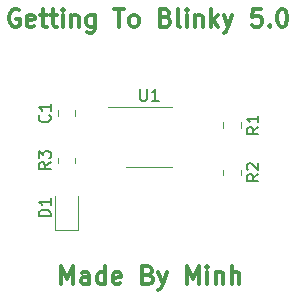
<source format=gbr>
%TF.GenerationSoftware,KiCad,Pcbnew,(6.0.7)*%
%TF.CreationDate,2023-01-27T00:41:06-05:00*%
%TF.ProjectId,GettingToBlinky5.0,47657474-696e-4675-946f-426c696e6b79,rev?*%
%TF.SameCoordinates,Original*%
%TF.FileFunction,Legend,Top*%
%TF.FilePolarity,Positive*%
%FSLAX46Y46*%
G04 Gerber Fmt 4.6, Leading zero omitted, Abs format (unit mm)*
G04 Created by KiCad (PCBNEW (6.0.7)) date 2023-01-27 00:41:06*
%MOMM*%
%LPD*%
G01*
G04 APERTURE LIST*
%ADD10C,0.300000*%
%ADD11C,0.150000*%
%ADD12C,0.120000*%
G04 APERTURE END LIST*
D10*
X139564285Y-100478571D02*
X139564285Y-98978571D01*
X140064285Y-100050000D01*
X140564285Y-98978571D01*
X140564285Y-100478571D01*
X141921428Y-100478571D02*
X141921428Y-99692857D01*
X141850000Y-99550000D01*
X141707142Y-99478571D01*
X141421428Y-99478571D01*
X141278571Y-99550000D01*
X141921428Y-100407142D02*
X141778571Y-100478571D01*
X141421428Y-100478571D01*
X141278571Y-100407142D01*
X141207142Y-100264285D01*
X141207142Y-100121428D01*
X141278571Y-99978571D01*
X141421428Y-99907142D01*
X141778571Y-99907142D01*
X141921428Y-99835714D01*
X143278571Y-100478571D02*
X143278571Y-98978571D01*
X143278571Y-100407142D02*
X143135714Y-100478571D01*
X142850000Y-100478571D01*
X142707142Y-100407142D01*
X142635714Y-100335714D01*
X142564285Y-100192857D01*
X142564285Y-99764285D01*
X142635714Y-99621428D01*
X142707142Y-99550000D01*
X142850000Y-99478571D01*
X143135714Y-99478571D01*
X143278571Y-99550000D01*
X144564285Y-100407142D02*
X144421428Y-100478571D01*
X144135714Y-100478571D01*
X143992857Y-100407142D01*
X143921428Y-100264285D01*
X143921428Y-99692857D01*
X143992857Y-99550000D01*
X144135714Y-99478571D01*
X144421428Y-99478571D01*
X144564285Y-99550000D01*
X144635714Y-99692857D01*
X144635714Y-99835714D01*
X143921428Y-99978571D01*
X146921428Y-99692857D02*
X147135714Y-99764285D01*
X147207142Y-99835714D01*
X147278571Y-99978571D01*
X147278571Y-100192857D01*
X147207142Y-100335714D01*
X147135714Y-100407142D01*
X146992857Y-100478571D01*
X146421428Y-100478571D01*
X146421428Y-98978571D01*
X146921428Y-98978571D01*
X147064285Y-99050000D01*
X147135714Y-99121428D01*
X147207142Y-99264285D01*
X147207142Y-99407142D01*
X147135714Y-99550000D01*
X147064285Y-99621428D01*
X146921428Y-99692857D01*
X146421428Y-99692857D01*
X147778571Y-99478571D02*
X148135714Y-100478571D01*
X148492857Y-99478571D02*
X148135714Y-100478571D01*
X147992857Y-100835714D01*
X147921428Y-100907142D01*
X147778571Y-100978571D01*
X150207142Y-100478571D02*
X150207142Y-98978571D01*
X150707142Y-100050000D01*
X151207142Y-98978571D01*
X151207142Y-100478571D01*
X151921428Y-100478571D02*
X151921428Y-99478571D01*
X151921428Y-98978571D02*
X151850000Y-99050000D01*
X151921428Y-99121428D01*
X151992857Y-99050000D01*
X151921428Y-98978571D01*
X151921428Y-99121428D01*
X152635714Y-99478571D02*
X152635714Y-100478571D01*
X152635714Y-99621428D02*
X152707142Y-99550000D01*
X152850000Y-99478571D01*
X153064285Y-99478571D01*
X153207142Y-99550000D01*
X153278571Y-99692857D01*
X153278571Y-100478571D01*
X153992857Y-100478571D02*
X153992857Y-98978571D01*
X154635714Y-100478571D02*
X154635714Y-99692857D01*
X154564285Y-99550000D01*
X154421428Y-99478571D01*
X154207142Y-99478571D01*
X154064285Y-99550000D01*
X153992857Y-99621428D01*
X135971428Y-77250000D02*
X135828571Y-77178571D01*
X135614285Y-77178571D01*
X135400000Y-77250000D01*
X135257142Y-77392857D01*
X135185714Y-77535714D01*
X135114285Y-77821428D01*
X135114285Y-78035714D01*
X135185714Y-78321428D01*
X135257142Y-78464285D01*
X135400000Y-78607142D01*
X135614285Y-78678571D01*
X135757142Y-78678571D01*
X135971428Y-78607142D01*
X136042857Y-78535714D01*
X136042857Y-78035714D01*
X135757142Y-78035714D01*
X137257142Y-78607142D02*
X137114285Y-78678571D01*
X136828571Y-78678571D01*
X136685714Y-78607142D01*
X136614285Y-78464285D01*
X136614285Y-77892857D01*
X136685714Y-77750000D01*
X136828571Y-77678571D01*
X137114285Y-77678571D01*
X137257142Y-77750000D01*
X137328571Y-77892857D01*
X137328571Y-78035714D01*
X136614285Y-78178571D01*
X137757142Y-77678571D02*
X138328571Y-77678571D01*
X137971428Y-77178571D02*
X137971428Y-78464285D01*
X138042857Y-78607142D01*
X138185714Y-78678571D01*
X138328571Y-78678571D01*
X138614285Y-77678571D02*
X139185714Y-77678571D01*
X138828571Y-77178571D02*
X138828571Y-78464285D01*
X138900000Y-78607142D01*
X139042857Y-78678571D01*
X139185714Y-78678571D01*
X139685714Y-78678571D02*
X139685714Y-77678571D01*
X139685714Y-77178571D02*
X139614285Y-77250000D01*
X139685714Y-77321428D01*
X139757142Y-77250000D01*
X139685714Y-77178571D01*
X139685714Y-77321428D01*
X140400000Y-77678571D02*
X140400000Y-78678571D01*
X140400000Y-77821428D02*
X140471428Y-77750000D01*
X140614285Y-77678571D01*
X140828571Y-77678571D01*
X140971428Y-77750000D01*
X141042857Y-77892857D01*
X141042857Y-78678571D01*
X142400000Y-77678571D02*
X142400000Y-78892857D01*
X142328571Y-79035714D01*
X142257142Y-79107142D01*
X142114285Y-79178571D01*
X141900000Y-79178571D01*
X141757142Y-79107142D01*
X142400000Y-78607142D02*
X142257142Y-78678571D01*
X141971428Y-78678571D01*
X141828571Y-78607142D01*
X141757142Y-78535714D01*
X141685714Y-78392857D01*
X141685714Y-77964285D01*
X141757142Y-77821428D01*
X141828571Y-77750000D01*
X141971428Y-77678571D01*
X142257142Y-77678571D01*
X142400000Y-77750000D01*
X144042857Y-77178571D02*
X144900000Y-77178571D01*
X144471428Y-78678571D02*
X144471428Y-77178571D01*
X145614285Y-78678571D02*
X145471428Y-78607142D01*
X145400000Y-78535714D01*
X145328571Y-78392857D01*
X145328571Y-77964285D01*
X145400000Y-77821428D01*
X145471428Y-77750000D01*
X145614285Y-77678571D01*
X145828571Y-77678571D01*
X145971428Y-77750000D01*
X146042857Y-77821428D01*
X146114285Y-77964285D01*
X146114285Y-78392857D01*
X146042857Y-78535714D01*
X145971428Y-78607142D01*
X145828571Y-78678571D01*
X145614285Y-78678571D01*
X148400000Y-77892857D02*
X148614285Y-77964285D01*
X148685714Y-78035714D01*
X148757142Y-78178571D01*
X148757142Y-78392857D01*
X148685714Y-78535714D01*
X148614285Y-78607142D01*
X148471428Y-78678571D01*
X147900000Y-78678571D01*
X147900000Y-77178571D01*
X148400000Y-77178571D01*
X148542857Y-77250000D01*
X148614285Y-77321428D01*
X148685714Y-77464285D01*
X148685714Y-77607142D01*
X148614285Y-77750000D01*
X148542857Y-77821428D01*
X148400000Y-77892857D01*
X147900000Y-77892857D01*
X149614285Y-78678571D02*
X149471428Y-78607142D01*
X149400000Y-78464285D01*
X149400000Y-77178571D01*
X150185714Y-78678571D02*
X150185714Y-77678571D01*
X150185714Y-77178571D02*
X150114285Y-77250000D01*
X150185714Y-77321428D01*
X150257142Y-77250000D01*
X150185714Y-77178571D01*
X150185714Y-77321428D01*
X150900000Y-77678571D02*
X150900000Y-78678571D01*
X150900000Y-77821428D02*
X150971428Y-77750000D01*
X151114285Y-77678571D01*
X151328571Y-77678571D01*
X151471428Y-77750000D01*
X151542857Y-77892857D01*
X151542857Y-78678571D01*
X152257142Y-78678571D02*
X152257142Y-77178571D01*
X152400000Y-78107142D02*
X152828571Y-78678571D01*
X152828571Y-77678571D02*
X152257142Y-78250000D01*
X153328571Y-77678571D02*
X153685714Y-78678571D01*
X154042857Y-77678571D02*
X153685714Y-78678571D01*
X153542857Y-79035714D01*
X153471428Y-79107142D01*
X153328571Y-79178571D01*
X156471428Y-77178571D02*
X155757142Y-77178571D01*
X155685714Y-77892857D01*
X155757142Y-77821428D01*
X155900000Y-77750000D01*
X156257142Y-77750000D01*
X156400000Y-77821428D01*
X156471428Y-77892857D01*
X156542857Y-78035714D01*
X156542857Y-78392857D01*
X156471428Y-78535714D01*
X156400000Y-78607142D01*
X156257142Y-78678571D01*
X155900000Y-78678571D01*
X155757142Y-78607142D01*
X155685714Y-78535714D01*
X157185714Y-78535714D02*
X157257142Y-78607142D01*
X157185714Y-78678571D01*
X157114285Y-78607142D01*
X157185714Y-78535714D01*
X157185714Y-78678571D01*
X158185714Y-77178571D02*
X158328571Y-77178571D01*
X158471428Y-77250000D01*
X158542857Y-77321428D01*
X158614285Y-77464285D01*
X158685714Y-77750000D01*
X158685714Y-78107142D01*
X158614285Y-78392857D01*
X158542857Y-78535714D01*
X158471428Y-78607142D01*
X158328571Y-78678571D01*
X158185714Y-78678571D01*
X158042857Y-78607142D01*
X157971428Y-78535714D01*
X157900000Y-78392857D01*
X157828571Y-78107142D01*
X157828571Y-77750000D01*
X157900000Y-77464285D01*
X157971428Y-77321428D01*
X158042857Y-77250000D01*
X158185714Y-77178571D01*
D11*
%TO.C,U1*%
X146238095Y-83952380D02*
X146238095Y-84761904D01*
X146285714Y-84857142D01*
X146333333Y-84904761D01*
X146428571Y-84952380D01*
X146619047Y-84952380D01*
X146714285Y-84904761D01*
X146761904Y-84857142D01*
X146809523Y-84761904D01*
X146809523Y-83952380D01*
X147809523Y-84952380D02*
X147238095Y-84952380D01*
X147523809Y-84952380D02*
X147523809Y-83952380D01*
X147428571Y-84095238D01*
X147333333Y-84190476D01*
X147238095Y-84238095D01*
%TO.C,R3*%
X138652380Y-90166666D02*
X138176190Y-90500000D01*
X138652380Y-90738095D02*
X137652380Y-90738095D01*
X137652380Y-90357142D01*
X137700000Y-90261904D01*
X137747619Y-90214285D01*
X137842857Y-90166666D01*
X137985714Y-90166666D01*
X138080952Y-90214285D01*
X138128571Y-90261904D01*
X138176190Y-90357142D01*
X138176190Y-90738095D01*
X137652380Y-89833333D02*
X137652380Y-89214285D01*
X138033333Y-89547619D01*
X138033333Y-89404761D01*
X138080952Y-89309523D01*
X138128571Y-89261904D01*
X138223809Y-89214285D01*
X138461904Y-89214285D01*
X138557142Y-89261904D01*
X138604761Y-89309523D01*
X138652380Y-89404761D01*
X138652380Y-89690476D01*
X138604761Y-89785714D01*
X138557142Y-89833333D01*
%TO.C,R2*%
X156252380Y-91166666D02*
X155776190Y-91500000D01*
X156252380Y-91738095D02*
X155252380Y-91738095D01*
X155252380Y-91357142D01*
X155300000Y-91261904D01*
X155347619Y-91214285D01*
X155442857Y-91166666D01*
X155585714Y-91166666D01*
X155680952Y-91214285D01*
X155728571Y-91261904D01*
X155776190Y-91357142D01*
X155776190Y-91738095D01*
X155347619Y-90785714D02*
X155300000Y-90738095D01*
X155252380Y-90642857D01*
X155252380Y-90404761D01*
X155300000Y-90309523D01*
X155347619Y-90261904D01*
X155442857Y-90214285D01*
X155538095Y-90214285D01*
X155680952Y-90261904D01*
X156252380Y-90833333D01*
X156252380Y-90214285D01*
%TO.C,R1*%
X156252380Y-87166666D02*
X155776190Y-87500000D01*
X156252380Y-87738095D02*
X155252380Y-87738095D01*
X155252380Y-87357142D01*
X155300000Y-87261904D01*
X155347619Y-87214285D01*
X155442857Y-87166666D01*
X155585714Y-87166666D01*
X155680952Y-87214285D01*
X155728571Y-87261904D01*
X155776190Y-87357142D01*
X155776190Y-87738095D01*
X156252380Y-86214285D02*
X156252380Y-86785714D01*
X156252380Y-86500000D02*
X155252380Y-86500000D01*
X155395238Y-86595238D01*
X155490476Y-86690476D01*
X155538095Y-86785714D01*
%TO.C,D1*%
X138652380Y-94738095D02*
X137652380Y-94738095D01*
X137652380Y-94500000D01*
X137700000Y-94357142D01*
X137795238Y-94261904D01*
X137890476Y-94214285D01*
X138080952Y-94166666D01*
X138223809Y-94166666D01*
X138414285Y-94214285D01*
X138509523Y-94261904D01*
X138604761Y-94357142D01*
X138652380Y-94500000D01*
X138652380Y-94738095D01*
X138652380Y-93214285D02*
X138652380Y-93785714D01*
X138652380Y-93500000D02*
X137652380Y-93500000D01*
X137795238Y-93595238D01*
X137890476Y-93690476D01*
X137938095Y-93785714D01*
%TO.C,C1*%
X138557142Y-86166666D02*
X138604761Y-86214285D01*
X138652380Y-86357142D01*
X138652380Y-86452380D01*
X138604761Y-86595238D01*
X138509523Y-86690476D01*
X138414285Y-86738095D01*
X138223809Y-86785714D01*
X138080952Y-86785714D01*
X137890476Y-86738095D01*
X137795238Y-86690476D01*
X137700000Y-86595238D01*
X137652380Y-86452380D01*
X137652380Y-86357142D01*
X137700000Y-86214285D01*
X137747619Y-86166666D01*
X138652380Y-85214285D02*
X138652380Y-85785714D01*
X138652380Y-85500000D02*
X137652380Y-85500000D01*
X137795238Y-85595238D01*
X137890476Y-85690476D01*
X137938095Y-85785714D01*
D12*
%TO.C,U1*%
X147000000Y-85440000D02*
X148950000Y-85440000D01*
X147000000Y-90560000D02*
X148950000Y-90560000D01*
X147000000Y-85440000D02*
X143550000Y-85440000D01*
X147000000Y-90560000D02*
X145050000Y-90560000D01*
%TO.C,R3*%
X140735000Y-89772936D02*
X140735000Y-90227064D01*
X139265000Y-89772936D02*
X139265000Y-90227064D01*
%TO.C,R2*%
X154735000Y-90772936D02*
X154735000Y-91227064D01*
X153265000Y-90772936D02*
X153265000Y-91227064D01*
%TO.C,R1*%
X154735000Y-86772936D02*
X154735000Y-87227064D01*
X153265000Y-86772936D02*
X153265000Y-87227064D01*
%TO.C,D1*%
X140960000Y-95860000D02*
X140960000Y-93000000D01*
X139040000Y-93000000D02*
X139040000Y-95860000D01*
X139040000Y-95860000D02*
X140960000Y-95860000D01*
%TO.C,C1*%
X139265000Y-86261252D02*
X139265000Y-85738748D01*
X140735000Y-86261252D02*
X140735000Y-85738748D01*
%TD*%
M02*

</source>
